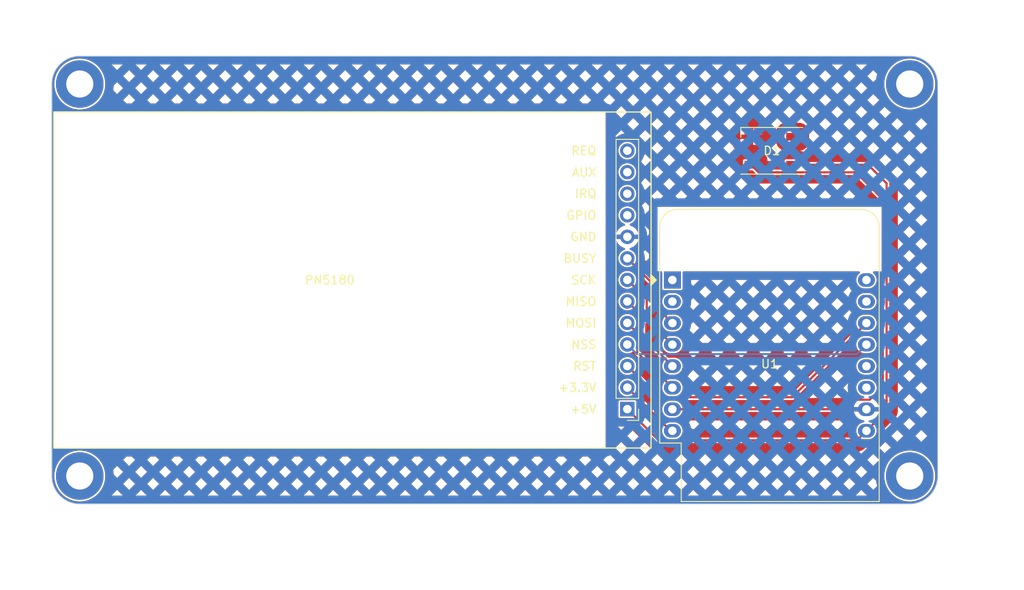
<source format=kicad_pcb>
(kicad_pcb (version 20211014) (generator pcbnew)
  (layers (0 "F.Cu" signal) (31 "B.Cu" signal) (34 "B.Paste" user) (35 "F.Paste" user) (36 "B.SilkS" user "B.Silkscreen") (37 "F.SilkS" user "F.Silkscreen") (38 "B.Mask" user) (39 "F.Mask" user) (44 "Edge.Cuts" user))
  (net 0 "")
  (net 1 "+5V")
  (net 2 "GND")
  (net 3 "Din")
  (net 4 "+3.3V")
  (net 5 "RST")
  (net 6 "NSS")
  (net 7 "MOSI")
  (net 8 "MISO")
  (net 9 "SCK")
  (net 10 "BUSY")
  (net 11 "GPIO")
  (net 12 "IRQ")
  (net 13 "AUX")
  (net 14 "REQ")
  (footprint "LED_SMD:LED_WS2812B_PLCC4_5.0x5.0mm_P3.2mm" (layer "F.Cu") (at 106.172 86.36 180)
    (fp_text reference "D1" (at 0 0) (layer "F.SilkS"))
    (fp_text value "WS2812B")
    (fp_line (start -3.65 2.75) (end 3.65 2.75) (layer "F.SilkS") (width 0.12))
    (fp_line (start -3.65 -2.75) (end 3.65 -2.75) (layer "F.SilkS") (width 0.12))
    (fp_line (start 3.65 2.75) (end 3.65 1.6) (layer "F.SilkS") (width 0.12))
    (pad "1" smd rect (at -2.45 -1.65 180) (size 1.5 0.9) (layers "F.Cu" "F.Paste" "F.Mask") (net 1 "+5V"))
    (pad "2" smd rect (at -2.45 1.65 180) (size 1.5 0.9) (layers "F.Cu" "F.Paste" "F.Mask"))
    (pad "3" smd rect (at 2.45 1.65 180) (size 1.5 0.9) (layers "F.Cu" "F.Paste" "F.Mask") (net 2 "GND"))
    (pad "4" smd rect (at 2.45 -1.65 180) (size 1.5 0.9) (layers "F.Cu" "F.Paste" "F.Mask") (net 3 "Din"))
  )
  (footprint "MountingHole:MountingHole_3.2mm_M3_DIN965_Pad" (layer "F.Cu") (at 24.638 78.486)
    (fp_text reference "H3" hide)
    (fp_text value "MountingHole")
    (pad "1" thru_hole circle (at 0 0) (size 5.6 5.6) (drill 3.2) (layers *.Cu *.Mask))
  )
  (footprint "MountingHole:MountingHole_3.2mm_M3_DIN965_Pad" (layer "F.Cu") (at 24.638 124.714)
    (fp_text reference "H2" hide)
    (fp_text value "MountingHole")
    (pad "1" thru_hole circle (at 0 0) (size 5.6 5.6) (drill 3.2) (layers *.Cu *.Mask))
  )
  (footprint "MountingHole:MountingHole_3.2mm_M3_DIN965_Pad" (layer "F.Cu") (at 122.428 124.714)
    (fp_text reference "H1" hide)
    (fp_text value "MountingHole")
    (pad "1" thru_hole circle (at 0 0) (size 5.6 5.6) (drill 3.2) (layers *.Cu *.Mask))
  )
  (footprint "Connector_PinHeader_2.54mm:PinHeader_1x13_P2.54mm_Vertical" (layer "F.Cu") (at 89.154 116.825 180)
    (fp_text reference "PN5180" (at 35.052 15.225 180) (layer "F.SilkS"))
    (fp_text value "Conn_01x13_Female")
    (fp_line (start -1.33 0) (end -1.33 -1.33) (layer "F.SilkS") (width 0.12))
    (fp_line (start -1.33 1.27) (end -1.33 31.81) (layer "F.SilkS") (width 0.12))
    (fp_line (start 1.33 1.27) (end 1.33 31.81) (layer "F.SilkS") (width 0.12))
    (fp_line (start -1.33 1.27) (end 1.33 1.27) (layer "F.SilkS") (width 0.12))
    (fp_line (start -1.33 -1.33) (end 0 -1.33) (layer "F.SilkS") (width 0.12))
    (fp_line (start -1.33 31.81) (end 1.33 31.81) (layer "F.SilkS") (width 0.12))
    (pad "1" thru_hole rect (at 0 0 180) (size 1.7 1.7) (drill 1) (layers *.Cu *.Mask) (net 1 "+5V"))
    (pad "2" thru_hole oval (at 0 2.54 180) (size 1.7 1.7) (drill 1) (layers *.Cu *.Mask) (net 4 "+3.3V"))
    (pad "3" thru_hole oval (at 0 5.08 180) (size 1.7 1.7) (drill 1) (layers *.Cu *.Mask) (net 5 "RST"))
    (pad "4" thru_hole oval (at 0 7.62 180) (size 1.7 1.7) (drill 1) (layers *.Cu *.Mask) (net 6 "NSS"))
    (pad "5" thru_hole oval (at 0 10.16 180) (size 1.7 1.7) (drill 1) (layers *.Cu *.Mask) (net 7 "MOSI"))
    (pad "6" thru_hole oval (at 0 12.7 180) (size 1.7 1.7) (drill 1) (layers *.Cu *.Mask) (net 8 "MISO"))
    (pad "7" thru_hole oval (at 0 15.24 180) (size 1.7 1.7) (drill 1) (layers *.Cu *.Mask) (net 9 "SCK"))
    (pad "8" thru_hole oval (at 0 17.78 180) (size 1.7 1.7) (drill 1) (layers *.Cu *.Mask) (net 10 "BUSY"))
    (pad "9" thru_hole oval (at 0 20.32 180) (size 1.7 1.7) (drill 1) (layers *.Cu *.Mask) (net 2 "GND"))
    (pad "10" thru_hole oval (at 0 22.86 180) (size 1.7 1.7) (drill 1) (layers *.Cu *.Mask) (net 11 "GPIO"))
    (pad "11" thru_hole oval (at 0 25.4 180) (size 1.7 1.7) (drill 1) (layers *.Cu *.Mask) (net 12 "IRQ"))
    (pad "12" thru_hole oval (at 0 27.94 180) (size 1.7 1.7) (drill 1) (layers *.Cu *.Mask) (net 13 "AUX"))
    (pad "13" thru_hole oval (at 0 30.48 180) (size 1.7 1.7) (drill 1) (layers *.Cu *.Mask) (net 14 "REQ"))
  )
  (footprint "Module:WEMOS_D1_mini_light" (layer "F.Cu") (at 94.465 101.6)
    (fp_text reference "U1" (at 11.453 9.906) (layer "F.SilkS"))
    (fp_text value "WeMos_D1_mini")
    (fp_line (start 1.04 26.12) (end 24.36 26.12) (layer "F.SilkS") (width 0.12))
    (fp_line (start 24.36 26.12) (end 24.36 -6.21) (layer "F.SilkS") (width 0.12))
    (fp_line (start -1.5 19.22) (end 1.04 19.22) (layer "F.SilkS") (width 0.12))
    (fp_line (start -1.5 19.22) (end -1.5 -6.21) (layer "F.SilkS") (width 0.12))
    (fp_line (start 22.24 -8.34) (end 0.63 -8.34) (layer "F.SilkS") (width 0.12))
    (fp_line (start 1.04 19.22) (end 1.04 26.12) (layer "F.SilkS") (width 0.12))
    (fp_arc (start 22.23 -8.34) (mid 23.736137 -7.716137) (end 24.36 -6.21) (layer "F.SilkS") (width 0.12))
    (fp_arc (start -1.5 -6.21) (mid -0.876137 -7.716137) (end 0.63 -8.34) (layer "F.SilkS") (width 0.12))
    (fp_poly (pts (xy -2.54 -0.635) (xy -2.54 0.635) (xy -1.905 0)) (layer "F.SilkS") (width 0.15) (fill solid))
    (pad "1" thru_hole rect (at 0 0) (size 2 2) (drill 1) (layers *.Cu *.Mask))
    (pad "2" thru_hole oval (at 0 2.54) (size 2 1.6) (drill 1) (layers *.Cu *.Mask))
    (pad "3" thru_hole oval (at 0 5.08) (size 2 1.6) (drill 1) (layers *.Cu *.Mask) (net 10 "BUSY"))
    (pad "4" thru_hole oval (at 0 7.62) (size 2 1.6) (drill 1) (layers *.Cu *.Mask) (net 9 "SCK"))
    (pad "5" thru_hole oval (at 0 10.16) (size 2 1.6) (drill 1) (layers *.Cu *.Mask) (net 8 "MISO"))
    (pad "6" thru_hole oval (at 0 12.7) (size 2 1.6) (drill 1) (layers *.Cu *.Mask) (net 7 "MOSI"))
    (pad "7" thru_hole oval (at 0 15.24) (size 2 1.6) (drill 1) (layers *.Cu *.Mask) (net 3 "Din"))
    (pad "8" thru_hole oval (at 0 17.78) (size 2 1.6) (drill 1) (layers *.Cu *.Mask) (net 4 "+3.3V"))
    (pad "9" thru_hole oval (at 22.86 17.78) (size 2 1.6) (drill 1) (layers *.Cu *.Mask) (net 1 "+5V"))
    (pad "10" thru_hole oval (at 22.86 15.24) (size 2 1.6) (drill 1) (layers *.Cu *.Mask) (net 2 "GND"))
    (pad "11" thru_hole oval (at 22.86 12.7) (size 2 1.6) (drill 1) (layers *.Cu *.Mask))
    (pad "12" thru_hole oval (at 22.86 10.16) (size 2 1.6) (drill 1) (layers *.Cu *.Mask))
    (pad "13" thru_hole oval (at 22.86 7.62) (size 2 1.6) (drill 1) (layers *.Cu *.Mask) (net 6 "NSS"))
    (pad "14" thru_hole oval (at 22.86 5.08) (size 2 1.6) (drill 1) (layers *.Cu *.Mask) (net 5 "RST"))
    (pad "15" thru_hole oval (at 22.86 2.54) (size 2 1.6) (drill 1) (layers *.Cu *.Mask))
    (pad "16" thru_hole oval (at 22.86 0) (size 2 1.6) (drill 1) (layers *.Cu *.Mask))
  )
  (footprint "MountingHole:MountingHole_3.2mm_M3_DIN965_Pad" (layer "F.Cu") (at 122.428 78.486)
    (fp_text reference "H4" hide)
    (fp_text value "MountingHole")
    (pad "1" thru_hole circle (at 0 0) (size 5.6 5.6) (drill 3.2) (layers *.Cu *.Mask))
  )
  (gr_rect (start 91.948 121.412) (end 21.59 81.788) (layer "F.SilkS") (width 0.15) (fill none))
  (gr_arc (start 21.336 78.486) (mid 22.303133 76.151133) (end 24.638 75.184) (layer "Edge.Cuts") (width 0.1))
  (gr_line (start 24.638 75.184) (end 122.428 75.184) (layer "Edge.Cuts") (width 0.1))
  (gr_line (start 21.336 124.714) (end 21.336 78.486) (layer "Edge.Cuts") (width 0.1))
  (gr_arc (start 125.73 124.714) (mid 124.762867 127.048867) (end 122.428 128.016) (layer "Edge.Cuts") (width 0.1))
  (gr_arc (start 24.638 128.016) (mid 22.303133 127.048867) (end 21.336 124.714) (layer "Edge.Cuts") (width 0.1))
  (gr_line (start 125.73 78.486) (end 125.73 124.714) (layer "Edge.Cuts") (width 0.1))
  (gr_arc (start 122.428 75.184) (mid 124.762867 76.151133) (end 125.73 78.486) (layer "Edge.Cuts") (width 0.1))
  (gr_line (start 122.428 128.016) (end 24.638 128.016) (layer "Edge.Cuts") (width 0.1))
  (gr_text "AUX" (at 85.598 88.9) (layer "F.SilkS") (effects (font (size 1 1)) (justify right)))
  (gr_text "GPIO" (at 85.598 93.98) (layer "F.SilkS") (effects (font (size 1 1)) (justify right)))
  (gr_text "IRQ" (at 85.598 91.44) (layer "F.SilkS") (effects (font (size 1 1)) (justify right)))
  (gr_text "+3.3V" (at 85.598 114.3) (layer "F.SilkS") (effects (font (size 1 1)) (justify right)))
  (gr_text "RST" (at 85.598 111.76) (layer "F.SilkS") (effects (font (size 1 1)) (justify right)))
  (gr_text "BUSY" (at 85.598 99.06) (layer "F.SilkS") (effects (font (size 1 1)) (justify right)))
  (gr_text "SCK" (at 85.598 101.6) (layer "F.SilkS") (effects (font (size 1 1)) (justify right)))
  (gr_text "REQ" (at 85.598 86.36) (layer "F.SilkS") (effects (font (size 1 1)) (justify right)))
  (gr_text "NSS" (at 85.598 109.22) (layer "F.SilkS") (effects (font (size 1 1)) (justify right)))
  (gr_text "+5V" (at 85.598 116.84) (layer "F.SilkS") (effects (font (size 1 1)) (justify right)))
  (gr_text "GND" (at 85.598 96.52) (layer "F.SilkS") (effects (font (size 1 1)) (justify right)))
  (gr_text "MISO" (at 85.598 104.14) (layer "F.SilkS") (effects (font (size 1 1)) (justify right)))
  (gr_text "MOSI" (at 85.598 106.68) (layer "F.SilkS") (effects (font (size 1 1)) (justify right)))
  (segment (start 119.701 117.004) (end 117.325 119.38) (width 0.25) (layer "F.Cu") (net 1))
  (segment (start 117.512 88.01) (end 108.622 88.01) (width 0.25) (layer "F.Cu") (net 1))
  (segment (start 116.2 120.505) (end 117.325 119.38) (width 0.25) (layer "F.Cu") (net 1))
  (segment (start 92.834 120.505) (end 116.2 120.505) (width 0.25) (layer "F.Cu") (net 1))
  (segment (start 89.154 116.825) (end 92.834 120.505) (width 0.25) (layer "F.Cu") (net 1))
  (segment (start 119.701 90.199) (end 119.701 117.004) (width 0.25) (layer "F.Cu") (net 1))
  (segment (start 119.701 90.199) (end 117.512 88.01) (width 0.25) (layer "F.Cu") (net 1))
  (segment (start 115.062 116.84) (end 94.465 116.84) (width 0.25) (layer "F.Cu") (net 3))
  (segment (start 116.078 88.9) (end 119.251 92.073) (width 0.25) (layer "F.Cu") (net 3))
  (segment (start 103.722 88.01) (end 104.612 88.9) (width 0.25) (layer "F.Cu") (net 3))
  (segment (start 116.187 115.715) (end 115.062 116.84) (width 0.25) (layer "F.Cu") (net 3))
  (segment (start 104.612 88.9) (end 116.078 88.9) (width 0.25) (layer "F.Cu") (net 3))
  (segment (start 119.251 114.175) (end 117.711 115.715) (width 0.25) (layer "F.Cu") (net 3))
  (segment (start 119.251 92.073) (end 119.251 114.175) (width 0.25) (layer "F.Cu") (net 3))
  (segment (start 117.711 115.715) (end 116.187 115.715) (width 0.25) (layer "F.Cu") (net 3))
  (segment (start 94.249 119.38) (end 94.465 119.38) (width 0.25) (layer "F.Cu") (net 4))
  (segment (start 89.154 114.285) (end 94.249 119.38) (width 0.25) (layer "F.Cu") (net 4))
  (segment (start 89.154 111.745) (end 92.834 115.425) (width 0.25) (layer "F.Cu") (net 5))
  (segment (start 108.58 115.425) (end 117.325 106.68) (width 0.25) (layer "F.Cu") (net 5))
  (segment (start 92.834 115.425) (end 108.58 115.425) (width 0.25) (layer "F.Cu") (net 5))
  (segment (start 89.154 109.205) (end 90.294 110.345) (width 0.25) (layer "B.Cu") (net 6))
  (segment (start 116.2 110.345) (end 117.325 109.22) (width 0.25) (layer "B.Cu") (net 6))
  (segment (start 90.294 110.345) (end 116.2 110.345) (width 0.25) (layer "B.Cu") (net 6))
  (segment (start 90.329 110.164) (end 94.465 114.3) (width 0.25) (layer "F.Cu") (net 7))
  (segment (start 89.154 106.665) (end 90.329 107.84) (width 0.25) (layer "F.Cu") (net 7))
  (segment (start 90.329 107.84) (end 90.329 110.164) (width 0.25) (layer "F.Cu") (net 7))
  (segment (start 90.932 108.227) (end 94.465 111.76) (width 0.25) (layer "F.Cu") (net 8))
  (segment (start 89.154 104.125) (end 90.932 105.903) (width 0.25) (layer "F.Cu") (net 8))
  (segment (start 90.932 105.903) (end 90.932 108.227) (width 0.25) (layer "F.Cu") (net 8))
  (segment (start 91.44 106.195) (end 94.465 109.22) (width 0.25) (layer "F.Cu") (net 9))
  (segment (start 91.44 103.871) (end 91.44 106.195) (width 0.25) (layer "F.Cu") (net 9))
  (segment (start 89.154 101.585) (end 91.44 103.871) (width 0.25) (layer "F.Cu") (net 9))
  (segment (start 91.948 104.163) (end 94.465 106.68) (width 0.25) (layer "F.Cu") (net 10))
  (segment (start 91.948 101.839) (end 91.948 104.163) (width 0.25) (layer "F.Cu") (net 10))
  (segment (start 89.154 99.045) (end 91.948 101.839) (width 0.25) (layer "F.Cu") (net 10))
  (zone (net 0) (net_name "") (layers F&B.Cu "Edge.Cuts") (connect_pads (clearance 0)) (min_thickness 0.254)
    (keepout (tracks not_allowed) (vias not_allowed) (pads not_allowed) (copperpour not_allowed) (footprints allowed))
    (fill (thermal_gap 0.508) (thermal_bridge_width 0.508))
    (polygon (pts (xy 119.126 100.584) (xy 92.71 100.584) (xy 92.71 92.964) (xy 119.126 92.964)))
  )
  (zone (net 0) (net_name "") (layers F&B.Cu) (connect_pads (clearance 0)) (min_thickness 0.254)
    (keepout (tracks not_allowed) (vias not_allowed) (pads not_allowed) (copperpour not_allowed) (footprints allowed))
    (fill (thermal_gap 0.508) (thermal_bridge_width 0.508))
    (polygon (pts (xy 86.614 121.412) (xy 21.59 121.412) (xy 21.59 81.788) (xy 86.614 81.788)))
  )
  (zone (net 2) (net_name "GND") (layers F&B.Cu) (connect_pads (clearance 0)) (min_thickness 0.254) (fill yes (mode hatch) (thermal_gap 0.508) (thermal_bridge_width 0.508) (hatch_thickness 1) (hatch_gap 1) (hatch_orientation 45) (hatch_border_algorithm hatch_thickness) (hatch_min_hole_area 0.3))
    (polygon (pts (xy 135.89 138.176) (xy 15.24 138.176) (xy 15.24 68.58) (xy 135.89 68.58)))
  )
)
</source>
